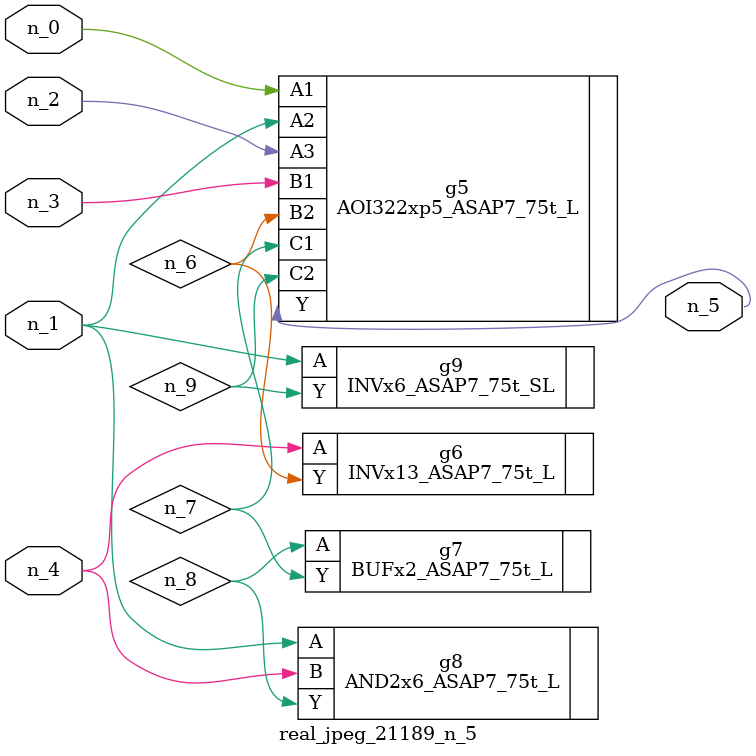
<source format=v>
module real_jpeg_21189_n_5 (n_4, n_0, n_1, n_2, n_3, n_5);

input n_4;
input n_0;
input n_1;
input n_2;
input n_3;

output n_5;

wire n_8;
wire n_6;
wire n_7;
wire n_9;

AOI322xp5_ASAP7_75t_L g5 ( 
.A1(n_0),
.A2(n_1),
.A3(n_2),
.B1(n_3),
.B2(n_6),
.C1(n_7),
.C2(n_9),
.Y(n_5)
);

AND2x6_ASAP7_75t_L g8 ( 
.A(n_1),
.B(n_4),
.Y(n_8)
);

INVx6_ASAP7_75t_SL g9 ( 
.A(n_1),
.Y(n_9)
);

INVx13_ASAP7_75t_L g6 ( 
.A(n_4),
.Y(n_6)
);

BUFx2_ASAP7_75t_L g7 ( 
.A(n_8),
.Y(n_7)
);


endmodule
</source>
